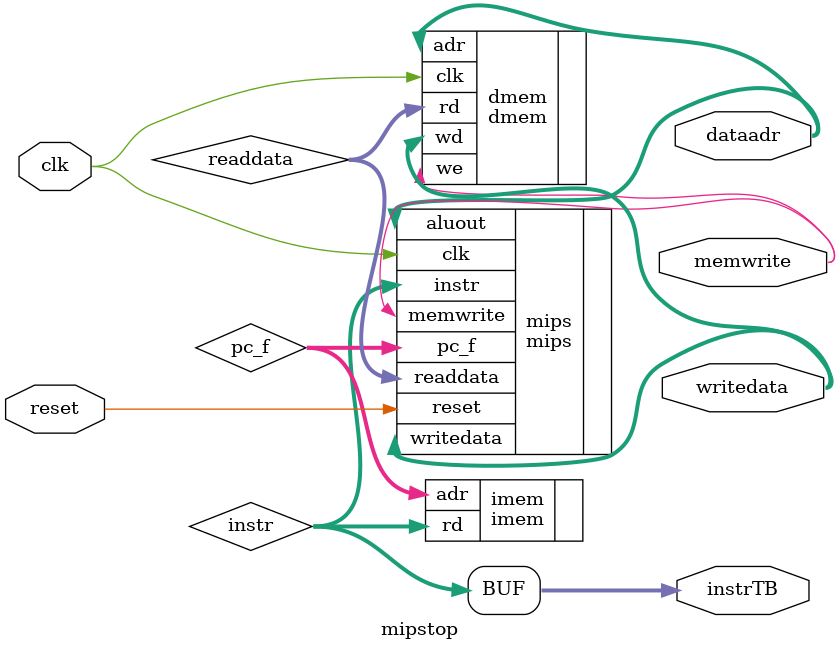
<source format=sv>

module mipstop(input logic         clk, reset, 
           output logic [31:0] writedata, dataadr,instrTB, 
           output logic        memwrite);

   logic [31:0]                pc_f, instr, readdata;
   assign instrTB = instr;
  
  // instantiate processor and memories
  mips mips(.clk, .reset, .pc_f, .instr, .memwrite, .aluout(dataadr), .writedata, .readdata);
   
  imem imem(.adr(pc_f), .rd(instr));
   
  dmem dmem(.clk, .we(memwrite), .adr(dataadr), .wd(writedata), .rd(readdata));
  

endmodule

</source>
